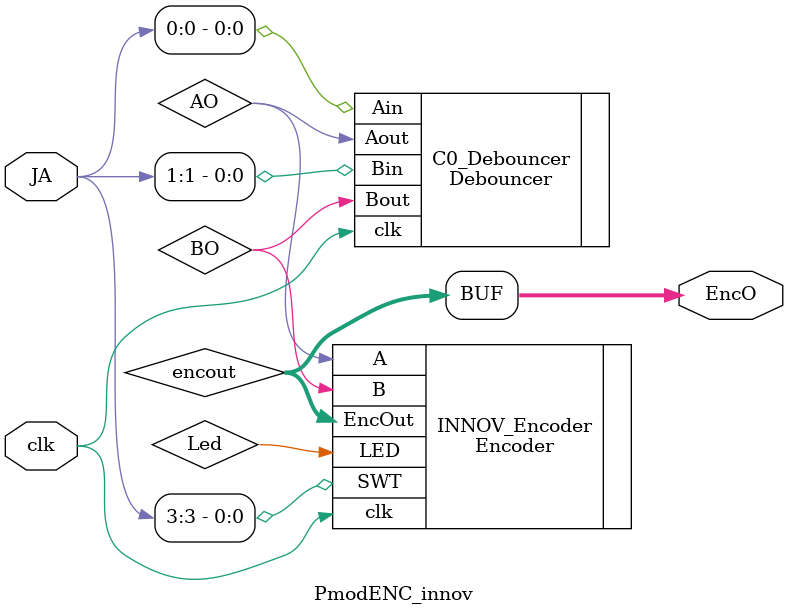
<source format=v>
`timescale 1ns / 1ps
module PmodENC_innov(
    clk,
    JA,
    EncO
    );

	 // ===========================================================================
	 // 										Port Declarations
	 // ===========================================================================
    input clk;
    input [3:0] JA;
    output [3:0] EncO;

	 // ===========================================================================
	 // 							  Parameters, Regsiters, and Wires
	 // ===========================================================================

	 wire clk;
	 wire [3:0] EncO;
	 wire [3:0] encout;
	 // ===========================================================================
	 // 										Implementation
	 // ===========================================================================

 	 
 	 Debouncer C0_Debouncer (
				  .clk(clk),
				  .Ain(JA[0]),
				  .Bin(JA[1]),
				  .Aout(AO),
				  .Bout(BO)
	 );
	 
 	 Encoder INNOV_Encoder (
				  .clk(clk),
				  .A(AO),
				  .B(BO),
				  .SWT(JA[3]),
				  .EncOut(encout),
				  .LED(Led)
	 );
	 
	 assign EncO = encout;

          
    
endmodule

</source>
